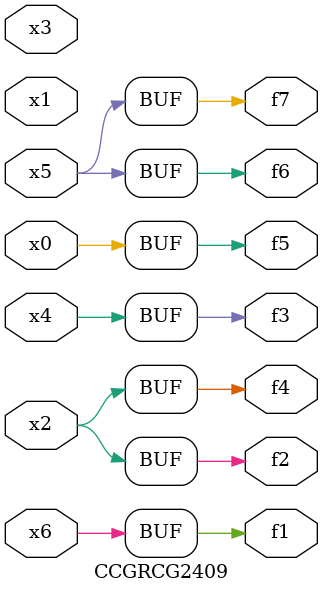
<source format=v>
module CCGRCG2409(
	input x0, x1, x2, x3, x4, x5, x6,
	output f1, f2, f3, f4, f5, f6, f7
);
	assign f1 = x6;
	assign f2 = x2;
	assign f3 = x4;
	assign f4 = x2;
	assign f5 = x0;
	assign f6 = x5;
	assign f7 = x5;
endmodule

</source>
